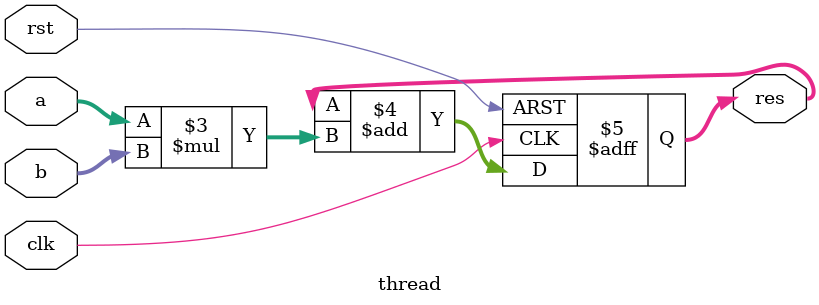
<source format=v>
module thread #(
    parameter DATA_WIDTH = 8
) (
    input wire clk,
    input wire rst,
    input wire [DATA_WIDTH-1:0] a, //Input value from Matrix A
    input wire [DATA_WIDTH-1:0] b, //Input value from Matrix B
    output reg [DATA_WIDTH-1:0] res //Summation of (Ai * Bi) res for i in range(0,K)
);

always @(posedge clk or negedge rst) begin
    if (~rst) begin
        res <= 0;
    end
    else begin
        //Perform the actual calculation if we're not in reset
        res <= res + (a * b);
        $display("Adding a * b (%d) to res (%d)", a * b, res);
    end
end

endmodule

</source>
